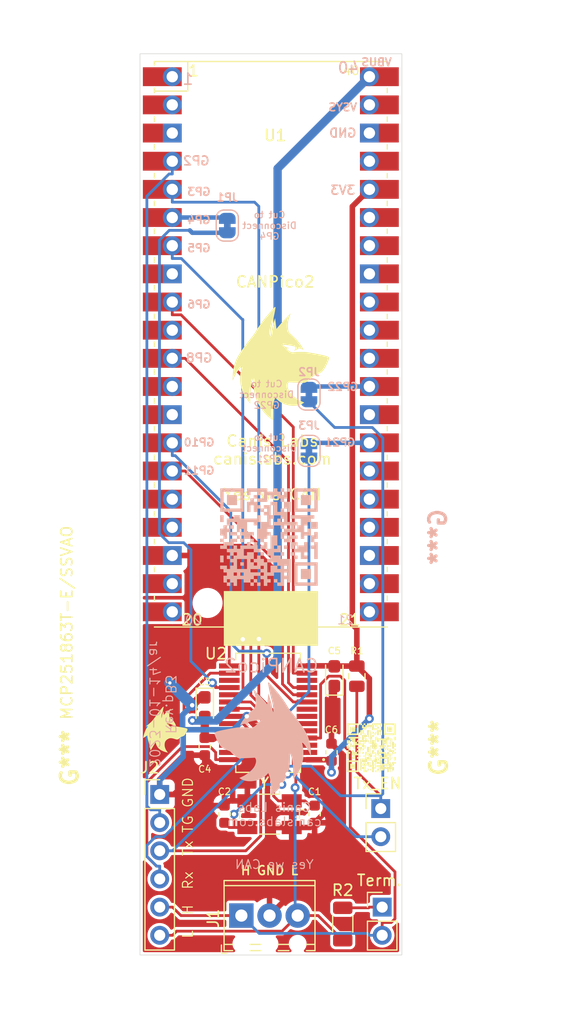
<source format=kicad_pcb>
(kicad_pcb (version 20211014) (generator pcbnew)
  (title_block (title "CANPico board with MCP251863") (date "2023-01-15") (rev "pB3") (company "Canis Automotive Labs") (comment 4 "©2023 Canis/ar"))
  (layers (0 "F.Cu" signal) (31 "B.Cu" signal) (34 "B.Paste" user) (35 "F.Paste" user) (36 "B.SilkS" user "B.Silkscreen") (37 "F.SilkS" user "F.Silkscreen") (38 "B.Mask" user) (39 "F.Mask" user) (44 "Edge.Cuts" user))
  (net 0 "")
  (net 1 "GND")
  (net 2 "+3V3")
  (net 3 "/L")
  (net 4 "/H")
  (net 5 "/Rx")
  (net 6 "/Tx")
  (net 7 "/TRIG")
  (net 8 "Net-(JP2-Pad1)")
  (net 21 "+5V")
  (net 27 "/CSn")
  (net 29 "/IRQ")
  (net 30 "/SOF")
  (net 38 "/SPI1_Tx")
  (net 39 "/SPI1_SCK")
  (net 40 "/SPI1_Rx")
  (net 41 "/STBY")
  (net 51 "Net-(C1-Pad1)")
  (net 52 "Net-(C2-Pad1)")
  (net 54 "/SOF*")
  (net 55 "Net-(JP3-Pad1)")
  (net 56 "Net-(JP4-Pad2)")
  (net 57 "Net-(JP5-Pad1)")
  (footprint "Connector_PinHeader_2.54mm:PinHeader_1x06_P2.54mm_Vertical" (layer "F.Cu") (at 130.81 116.84)
    (fp_text reference "J2" (at -0.91 -2.413) (layer "F.SilkS"))
    (fp_text value "Test Connector")
    (pad "1" thru_hole rect locked (at 0 0) (size 1.7 1.7) (drill 1) (layers *.Cu *.Mask) (net 1 "GND"))
    (pad "2" thru_hole oval locked (at 0 2.54) (size 1.7 1.7) (drill 1) (layers *.Cu *.Mask) (net 7 "/TRIG"))
    (pad "3" thru_hole oval locked (at 0 5.08) (size 1.7 1.7) (drill 1) (layers *.Cu *.Mask) (net 6 "/Tx"))
    (pad "4" thru_hole oval locked (at 0 7.62) (size 1.7 1.7) (drill 1) (layers *.Cu *.Mask) (net 5 "/Rx"))
    (pad "5" thru_hole oval locked (at 0 10.16) (size 1.7 1.7) (drill 1) (layers *.Cu *.Mask) (net 4 "/H"))
    (pad "6" thru_hole oval locked (at 0 12.7) (size 1.7 1.7) (drill 1) (layers *.Cu *.Mask) (net 3 "/L"))
  )
  (footprint "TerminalBlock_Phoenix:TerminalBlock_Phoenix_MPT-0,5-3-2.54_1x03_P2.54mm_Horizontal" (layer "F.Cu") (at 138.176 127.762)
    (fp_text reference "J1" (at -2.54 0.254 90) (layer "F.SilkS"))
    (fp_text value "CAN Screw Terminal")
    (pad "" np_thru_hole circle locked (at 0 2.54) (size 1.1 1.1) (drill 1.1) (layers *.Cu *.Mask))
    (pad "" np_thru_hole circle locked (at 5.08 2.54) (size 1.1 1.1) (drill 1.1) (layers *.Cu *.Mask))
    (pad "" np_thru_hole circle locked (at 2.54 2.54) (size 1.1 1.1) (drill 1.1) (layers *.Cu *.Mask))
    (pad "1" thru_hole rect locked (at 0 0) (size 2.2 2.2) (drill 1.1) (layers *.Cu *.Mask) (net 4 "/H"))
    (pad "2" thru_hole circle locked (at 2.54 0) (size 2.2 2.2) (drill 1.1) (layers *.Cu *.Mask) (net 1 "GND"))
    (pad "3" thru_hole circle locked (at 5.08 0) (size 2.2 2.2) (drill 1.1) (layers *.Cu *.Mask) (net 3 "/L"))
  )
  (footprint "Connector_PinHeader_2.54mm:PinHeader_1x02_P2.54mm_Vertical" (layer "F.Cu") (at 150.876 127)
    (fp_text reference "JP5")
    (fp_text value "Term." (at -0.254 -2.413 180) (layer "F.SilkS"))
    (pad "1" thru_hole rect locked (at 0 0) (size 1.7 1.7) (drill 1) (layers *.Cu *.Mask) (net 57 "Net-(JP5-Pad1)"))
    (pad "2" thru_hole oval locked (at 0 2.54) (size 1.7 1.7) (drill 1) (layers *.Cu *.Mask) (net 4 "/H"))
  )
  (footprint "RPi_Pico:RPi_Pico_SMD_TH" (layer "F.Cu") (at 140.833 76.237)
    (fp_text reference "U1" (at 0.391 -18.833) (layer "F.SilkS"))
    (fp_text value "Pico")
    (fp_text user "GP3" (at -6.487 -13.753) (layer "B.SilkS") (effects (font (size 0.7 0.7)) (justify mirror)))
    (fp_text user "VBUS" (at 9.535 -25.437) (layer "B.SilkS") (effects (font (size 0.7 0.7)) (justify mirror)))
    (fp_text user "GND" (at 6.487 -19.05) (layer "B.SilkS") (effects (font (size 0.8 0.8)) (justify mirror)))
    (fp_text user "GP22" (at 6.487 3.835) (layer "B.SilkS") (effects (font (size 0.7 0.7)) (justify mirror)))
    (fp_text user "GP6" (at -6.487 -3.593) (layer "B.SilkS") (effects (font (size 0.7 0.7)) (justify mirror)))
    (fp_text user "GP4" (at -6.487 -11.213) (layer "B.SilkS") (effects (font (size 0.7 0.7)) (justify mirror)))
    (fp_text user "3V3" (at 6.487 -13.9) (layer "B.SilkS") (effects (font (size 0.8 0.8)) (justify mirror)))
    (fp_text user "GP21" (at 6.233 8.853) (layer "B.SilkS") (effects (font (size 0.7 0.7)) (justify mirror)))
    (fp_text user "GP5" (at -6.487 -8.673) (layer "B.SilkS") (effects (font (size 0.7 0.7)) (justify mirror)))
    (fp_text user "VSYS" (at 6.487 -21.373) (layer "B.SilkS") (effects (font (size 0.7 0.7)) (justify mirror)))
    (pad "" np_thru_hole oval (at -2.425 -20.97) (size 1.5 1.5) (drill 1.5) (layers *.Cu *.Mask))
    (pad "" np_thru_hole oval (at 2.725 -24) (size 1.8 1.8) (drill 1.8) (layers *.Cu *.Mask))
    (pad "" np_thru_hole oval (at 2.425 -20.97) (size 1.5 1.5) (drill 1.5) (layers *.Cu *.Mask))
    (pad "" np_thru_hole oval (at -2.725 -24) (size 1.8 1.8) (drill 1.8) (layers *.Cu *.Mask))
    (pad "1" smd rect (at -8.89 -24.13) (size 3.5 1.7) (drill (offset -0.9 0)) (layers "F.Cu" "F.Mask"))
    (pad "1" thru_hole oval (at -8.89 -24.13) (size 1.7 1.7) (drill 1.02) (layers *.Cu *.Mask))
    (pad "2" smd rect (at -8.89 -21.59) (size 3.5 1.7) (drill (offset -0.9 0)) (layers "F.Cu" "F.Mask"))
    (pad "2" thru_hole oval (at -8.89 -21.59) (size 1.7 1.7) (drill 1.02) (layers *.Cu *.Mask))
    (pad "3" smd rect (at -8.89 -19.05) (size 3.5 1.7) (drill (offset -0.9 0)) (layers "F.Cu" "F.Mask"))
    (pad "3" thru_hole rect (at -8.89 -19.05) (size 1.7 1.7) (drill 1.02) (layers *.Cu *.Mask))
    (pad "4" smd rect (at -8.89 -16.51) (size 3.5 1.7) (drill (offset -0.9 0)) (layers "F.Cu" "F.Mask") (net 7 "/TRIG"))
    (pad "4" thru_hole oval (at -8.89 -16.51) (size 1.7 1.7) (drill 1.02) (layers *.Cu *.Mask) (net 7 "/TRIG"))
    (pad "5" smd rect (at -8.89 -13.97) (size 3.5 1.7) (drill (offset -0.9 0)) (layers "F.Cu" "F.Mask") (net 41 "/STBY"))
    (pad "5" thru_hole oval (at -8.89 -13.97) (size 1.7 1.7) (drill 1.02) (layers *.Cu *.Mask) (net 41 "/STBY"))
    (pad "6" thru_hole oval (at -8.89 -11.43) (size 1.7 1.7) (drill 1.02) (layers *.Cu *.Mask) (net 54 "/SOF*"))
    (pad "6" smd rect (at -8.89 -11.43) (size 3.5 1.7) (drill (offset -0.9 0)) (layers "F.Cu" "F.Mask") (net 54 "/SOF*"))
    (pad "7" smd rect (at -8.89 -8.89) (size 3.5 1.7) (drill (offset -0.9 0)) (layers "F.Cu" "F.Mask") (net 29 "/IRQ"))
    (pad "7" thru_hole oval (at -8.89 -8.89) (size 1.7 1.7) (drill 1.02) (layers *.Cu *.Mask) (net 29 "/IRQ"))
    (pad "8" smd rect (at -8.89 -6.35) (size 3.5 1.7) (drill (offset -0.9 0)) (layers "F.Cu" "F.Mask"))
    (pad "8" thru_hole rect (at -8.89 -6.35) (size 1.7 1.7) (drill 1.02) (layers *.Cu *.Mask))
    (pad "9" smd rect (at -8.89 -3.81) (size 3.5 1.7) (drill (offset -0.9 0)) (layers "F.Cu" "F.Mask") (net 27 "/CSn"))
    (pad "9" thru_hole oval (at -8.89 -3.81) (size 1.7 1.7) (drill 1.02) (layers *.Cu *.Mask) (net 27 "/CSn"))
    (pad "10" thru_hole oval (at -8.89 -1.27) (size 1.7 1.7) (drill 1.02) (layers *.Cu *.Mask))
    (pad "10" smd rect (at -8.89 -1.27) (size 3.5 1.7) (drill (offset -0.9 0)) (layers "F.Cu" "F.Mask"))
    (pad "11" thru_hole oval (at -8.89 1.27) (size 1.7 1.7) (drill 1.02) (layers *.Cu *.Mask) (net 40 "/SPI1_Rx"))
    (pad "11" smd rect (at -8.89 1.27) (size 3.5 1.7) (drill (offset -0.9 0)) (layers "F.Cu" "F.Mask") (net 40 "/SPI1_Rx"))
    (pad "12" thru_hole oval (at -8.89 3.81) (size 1.7 1.7) (drill 1.02) (layers *.Cu *.Mask))
    (pad "12" smd rect (at -8.89 3.81) (size 3.5 1.7) (drill (offset -0.9 0)) (layers "F.Cu" "F.Mask"))
    (pad "13" thru_hole rect (at -8.89 6.35) (size 1.7 1.7) (drill 1.02) (layers *.Cu *.Mask))
    (pad "13" smd rect (at -8.89 6.35) (size 3.5 1.7) (drill (offset -0.9 0)) (layers "F.Cu" "F.Mask"))
    (pad "14" thru_hole oval (at -8.89 8.89) (size 1.7 1.7) (drill 1.02) (layers *.Cu *.Mask) (net 39 "/SPI1_SCK"))
    (pad "14" smd rect (at -8.89 8.89) (size 3.5 1.7) (drill (offset -0.9 0)) (layers "F.Cu" "F.Mask") (net 39 "/SPI1_SCK"))
    (pad "15" thru_hole oval (at -8.89 11.43) (size 1.7 1.7) (drill 1.02) (layers *.Cu *.Mask) (net 38 "/SPI1_Tx"))
    (pad "15" smd rect (at -8.89 11.43) (size 3.5 1.7) (drill (offset -0.9 0)) (layers "F.Cu" "F.Mask") (net 38 "/SPI1_Tx"))
    (pad "16" thru_hole oval (at -8.89 13.97) (size 1.7 1.7) (drill 1.02) (layers *.Cu *.Mask))
    (pad "16" smd rect (at -8.89 13.97) (size 3.5 1.7) (drill (offset -0.9 0)) (layers "F.Cu" "F.Mask"))
    (pad "17" thru_hole oval (at -8.89 16.51) (size 1.7 1.7) (drill 1.02) (layers *.Cu *.Mask))
    (pad "17" smd rect (at -8.89 16.51) (size 3.5 1.7) (drill (offset -0.9 0)) (layers "F.Cu" "F.Mask"))
    (pad "18" smd rect (at -8.89 19.05) (size 3.5 1.7) (drill (offset -0.9 0)) (layers "F.Cu" "F.Mask") (net 1 "GND"))
    (pad "18" thru_hole rect (at -8.89 19.05) (size 1.7 1.7) (drill 1.02) (layers *.Cu *.Mask) (net 1 "GND"))
    (pad "19" smd rect (at -8.89 21.59) (size 3.5 1.7) (drill (offset -0.9 0)) (layers "F.Cu" "F.Mask"))
    (pad "19" thru_hole oval (at -8.89 21.59) (size 1.7 1.7) (drill 1.02) (layers *.Cu *.Mask))
    (pad "20" smd rect (at -8.89 24.13) (size 3.5 1.7) (drill (offset -0.9 0)) (layers "F.Cu" "F.Mask"))
    (pad "20" thru_hole oval (at -8.89 24.13) (size 1.7 1.7) (drill 1.02) (layers *.Cu *.Mask))
    (pad "21" thru_hole oval (at 8.89 24.13) (size 1.7 1.7) (drill 1.02) (layers *.Cu *.Mask))
    (pad "21" smd rect (at 8.89 24.13) (size 3.5 1.7) (drill (offset 0.9 0)) (layers "F.Cu" "F.Mask"))
    (pad "22" thru_hole oval (at 8.89 21.59) (size 1.7 1.7) (drill 1.02) (layers *.Cu *.Mask))
    (pad "22" smd rect (at 8.89 21.59) (size 3.5 1.7) (drill (offset 0.9 0)) (layers "F.Cu" "F.Mask"))
    (pad "23" thru_hole rect (at 8.89 19.05) (size 1.7 1.7) (drill 1.02) (layers *.Cu *.Mask))
    (pad "23" smd rect (at 8.89 19.05) (size 3.5 1.7) (drill (offset 0.9 0)) (layers "F.Cu" "F.Mask"))
    (pad "24" thru_hole oval (at 8.89 16.51) (size 1.7 1.7) (drill 1.02) (layers *.Cu *.Mask))
    (pad "24" smd rect (at 8.89 16.51) (size 3.5 1.7) (drill (offset 0.9 0)) (layers "F.Cu" "F.Mask"))
    (pad "25" thru_hole oval (at 8.89 13.97) (size 1.7 1.7) (drill 1.02) (layers *.Cu *.Mask))
    (pad "25" smd rect (at 8.89 13.97) (size 3.5 1.7) (drill (offset 0.9 0)) (layers "F.Cu" "F.Mask"))
    (pad "26" thru_hole oval (at 8.89 11.43) (size 1.7 1.7) (drill 1.02) (layers *.Cu *.Mask))
    (pad "26" smd rect (at 8.89 11.43) (size 3.5 1.7) (drill (offset 0.9 0)) (layers "F.Cu" "F.Mask"))
    (pad "27" smd rect (at 8.89 8.89) (size 3.5 1.7) (drill (offset 0.9 0)) (layers "F.Cu" "F.Mask") (net 55 "Net-(JP3-Pad1)"))
    (pad "27" thru_hole oval (at 8.89 8.89) (size 1.7 1.7) (drill 1.02) (layers *.Cu *.Mask) (net 55 "Net-(JP3-Pad1)"))
    (pad "28" thru_hole rect (at 8.89 6.35) (size 1.7 1.7) (drill 1.02) (layers *.Cu *.Mask))
    (pad "28" smd rect (at 8.89 6.35) (size 3.5 1.7) (drill (offset 0.9 0)) (layers "F.Cu" "F.Mask"))
    (pad "29" thru_hole oval (at 8.89 3.81) (size 1.7 1.7) (drill 1.02) (layers *.Cu *.Mask) (net 8 "Net-(JP2-Pad1)"))
    (pad "29" smd rect (at 8.89 3.81) (size 3.5 1.7) (drill (offset 0.9 0)) (layers "F.Cu" "F.Mask") (net 8 "Net-(JP2-Pad1)"))
    (pad "30" thru_hole oval (at 8.89 1.27) (size 1.7 1.7) (drill 1.02) (layers *.Cu *.Mask))
    (pad "30" smd rect (at 8.89 1.27) (size 3.5 1.7) (drill (offset 0.9 0)) (layers "F.Cu" "F.Mask"))
    (pad "31" thru_hole oval (at 8.89 -1.27) (size 1.7 1.7) (drill 1.02) (layers *.Cu *.Mask))
    (pad "31" smd rect (at 8.89 -1.27) (size 3.5 1.7) (drill (offset 0.9 0)) (layers "F.Cu" "F.Mask"))
    (pad "32" smd rect (at 8.89 -3.81) (size 3.5 1.7) (drill (offset 0.9 0)) (layers "F.Cu" "F.Mask"))
    (pad "32" thru_hole oval (at 8.89 -3.81) (size 1.7 1.7) (drill 1.02) (layers *.Cu *.Mask))
    (pad "33" smd rect (at 8.89 -6.35) (size 3.5 1.7) (drill (offset 0.9 0)) (layers "F.Cu" "F.Mask"))
    (pad "33" thru_hole rect (at 8.89 -6.35) (size 1.7 1.7) (drill 1.02) (layers *.Cu *.Mask))
    (pad "34" smd rect (at 8.89 -8.89) (size 3.5 1.7) (drill (offset 0.9 0)) (layers "F.Cu" "F.Mask"))
    (pad "34" thru_hole oval (at 8.89 -8.89) (size 1.7 1.7) (drill 1.02) (layers *.Cu *.Mask))
    (pad "35" smd rect (at 8.89 -11.43) (size 3.5 1.7) (drill (offset 0.9 0)) (layers "F.Cu" "F.Mask"))
    (pad "35" thru_hole oval (at 8.89 -11.43) (size 1.7 1.7) (drill 1.02) (layers *.Cu *.Mask))
    (pad "36" smd rect (at 8.89 -13.97) (size 3.5 1.7) (drill (offset 0.9 0)) (layers "F.Cu" "F.Mask") (net 2 "+3V3"))
    (pad "36" thru_hole oval (at 8.89 -13.97) (size 1.7 1.7) (drill 1.02) (layers *.Cu *.Mask) (net 2 "+3V3"))
    (pad "37" thru_hole oval (at 8.89 -16.51) (size 1.7 1.7) (drill 1.02) (layers *.Cu *.Mask))
    (pad "37" smd rect (at 8.89 -16.51) (size 3.5 1.7) (drill (offset 0.9 0)) (layers "F.Cu" "F.Mask"))
    (pad "38" thru_hole rect (at 8.89 -19.05) (size 1.7 1.7) (drill 1.02) (layers *.Cu *.Mask))
    (pad "38" smd rect (at 8.89 -19.05) (size 3.5 1.7) (drill (offset 0.9 0)) (layers "F.Cu" "F.Mask"))
    (pad "39" smd rect (at 8.89 -21.59) (size 3.5 1.7) (drill (offset 0.9 0)) (layers "F.Cu" "F.Mask"))
    (pad "39" thru_hole oval (at 8.89 -21.59) (size 1.7 1.7) (drill 1.02) (layers *.Cu *.Mask))
    (pad "40" thru_hole oval (at 8.89 -24.13) (size 1.7 1.7) (drill 1.02) (layers *.Cu *.Mask) (net 21 "+5V"))
    (pad "40" smd rect (at 8.89 -24.13) (size 3.5 1.7) (drill (offset 0.9 0)) (layers "F.Cu" "F.Mask") (net 21 "+5V"))
  )
  (footprint "Connector_PinHeader_2.54mm:PinHeader_1x02_P2.54mm_Vertical" (layer "F.Cu") (at 150.749 118.11)
    (fp_text reference "JP4")
    (fp_text value "Tx_EN" (at -0.3048 -2.2606) (layer "F.SilkS"))
    (pad "1" thru_hole rect locked (at 0 0) (size 1.7 1.7) (drill 1) (layers *.Cu *.Mask) (net 6 "/Tx"))
    (pad "2" thru_hole oval locked (at 0 2.54) (size 1.7 1.7) (drill 1) (layers *.Cu *.Mask) (net 56 "Net-(JP4-Pad2)"))
  )
  (footprint "Capacitor_SMD:C_0603_1608Metric" (layer "F.Cu") (at 134.874 112.522 -90)
    (fp_text reference "C4" (at 2.032 0 180) (layer "F.SilkS") (effects (font (size 0.6 0.6) (thickness 0.1))))
    (fp_text value "100nf")
    (pad "1" smd roundrect locked (at -0.775 0 270) (size 0.9 0.95) (layers "F.Cu" "F.Paste" "F.Mask") (net 21 "+5V"))
    (pad "2" smd roundrect locked (at 0.775 0 270) (size 0.9 0.95) (layers "F.Cu" "F.Paste" "F.Mask") (net 1 "GND"))
  )
  (footprint "Capacitor_SMD:C_0603_1608Metric" (layer "F.Cu") (at 144.78 118.618 -90)
    (fp_text reference "C1" (at -2.032 0) (layer "F.SilkS") (effects (font (size 0.6 0.6) (thickness 0.1))))
    (fp_text value "22pF")
    (pad "1" smd roundrect locked (at -0.775 0 270) (size 0.9 0.95) (layers "F.Cu" "F.Paste" "F.Mask") (net 51 "Net-(C1-Pad1)"))
    (pad "2" smd roundrect locked (at 0.775 0 270) (size 0.9 0.95) (layers "F.Cu" "F.Paste" "F.Mask") (net 1 "GND"))
  )
  (footprint "Capacitor_Tantalum_SMD:CP_EIA-2012-15_AVX-P" (layer "F.Cu") (at 146.558 106.172 90)
    (fp_text reference "C5" (at 2.286 0) (layer "F.SilkS") (effects (font (size 0.6 0.6) (thickness 0.1))))
    (fp_text value "4.7uF")
    (pad "1" smd roundrect (at -0.8875 0 90) (size 1.125 1.05) (layers "F.Cu" "F.Paste" "F.Mask") (roundrect_rratio 0.238095) (net 1 "GND"))
    (pad "2" smd roundrect (at 0.8875 0 90) (size 1.125 1.05) (layers "F.Cu" "F.Paste" "F.Mask") (roundrect_rratio 0.238095) (net 2 "+3V3"))
  )
  (footprint "Capacitor_SMD:C_0603_1608Metric" (layer "F.Cu") (at 136.652 118.618 90)
    (fp_text reference "C2" (at 2.032 0 180) (layer "F.SilkS") (effects (font (size 0.6 0.6) (thickness 0.1))))
    (fp_text value "22pF")
    (pad "1" smd roundrect (at -0.775 0 90) (size 0.9 0.95) (layers "F.Cu" "F.Paste" "F.Mask") (net 52 "Net-(C2-Pad1)"))
    (pad "2" smd roundrect (at 0.775 0 90) (size 0.9 0.95) (layers "F.Cu" "F.Paste" "F.Mask") (net 1 "GND"))
  )
  (footprint "Capacitor_Tantalum_SMD:CP_EIA-2012-15_AVX-P" (layer "F.Cu") (at 134.874 108.966 -90)
    (fp_text reference "C3" (at -2.286 0) (layer "F.SilkS") (effects (font (size 0.6 0.6) (thickness 0.1))))
    (fp_text value "4.7uF")
    (pad "1" smd roundrect (at -0.8875 0 270) (size 1.125 1.05) (layers "F.Cu" "F.Paste" "F.Mask") (roundrect_rratio 0.238095) (net 1 "GND"))
    (pad "2" smd roundrect (at 0.8875 0 270) (size 1.125 1.05) (layers "F.Cu" "F.Paste" "F.Mask") (roundrect_rratio 0.238095) (net 21 "+5V"))
  )
  (footprint "Crystal:Crystal_SMD_Abracon_ABM3B-4Pin_5.0x3.2mm" (layer "F.Cu") (at 140.716 118.618 180)
    (fp_text reference "Y1" (at 0 2.794) (layer "F.SilkS"))
    (fp_text value "40MHz Crystal")
    (pad "1" smd rect locked (at -2 1.2 180) (size 1.8 1.2) (layers "F.Cu" "F.Paste" "F.Mask") (net 51 "Net-(C1-Pad1)"))
    (pad "2" smd rect locked (at 2 1.2 180) (size 1.8 1.2) (layers "F.Cu" "F.Paste" "F.Mask") (net 1 "GND"))
    (pad "3" smd rect locked (at 2 -1.2 180) (size 1.8 1.2) (layers "F.Cu" "F.Paste" "F.Mask") (net 52 "Net-(C2-Pad1)"))
    (pad "4" smd rect locked (at -2 -1.2 180) (size 1.8 1.2) (layers "F.Cu" "F.Paste" "F.Mask") (net 1 "GND"))
  )
  (footprint "MountingHole:MountingHole_2.2mm_M2_ISO14580" (layer "F.Cu") (at 146.558 99.568)
    (fp_text reference "H4")
    (fp_text value "MountingHole")
    (pad "" np_thru_hole circle (at 0 0) (size 2.2 2.2) (drill 2.2) (layers *.Cu *.Mask))
  )
  (footprint "Resistor_SMD:R_0805_2012Metric" (layer "F.Cu") (at 148.59 106.172 -90)
    (fp_text reference "R1" (at -2.286 0 180) (layer "F.SilkS") (effects (font (size 0.6 0.6) (thickness 0.1))))
    (fp_text value "6k8")
    (pad "1" smd roundrect (at -0.9125 0 270) (size 1.025 1.4) (layers "F.Cu" "F.Paste" "F.Mask") (roundrect_rratio 0.243902) (net 2 "+3V3"))
    (pad "2" smd roundrect (at 0.9125 0 270) (size 1.025 1.4) (layers "F.Cu" "F.Paste" "F.Mask") (roundrect_rratio 0.243902) (net 6 "/Tx"))
  )
  (footprint "MountingHole:MountingHole_2.2mm_M2_ISO14580" (layer "F.Cu") (at 146.558 52.832)
    (fp_text reference "H2")
    (fp_text value "MountingHole")
    (pad "" np_thru_hole circle (at 0 0) (size 2.2 2.2) (drill 2.2) (layers *.Cu *.Mask))
  )
  (footprint "Capacitor_SMD:C_0603_1608Metric" (layer "F.Cu") (at 146.304 113.03 90)
    (fp_text reference "C6" (at 2.032 0) (layer "F.SilkS") (effects (font (size 0.6 0.6) (thickness 0.1))))
    (fp_text value "100nf")
    (pad "1" smd roundrect (at -0.775 0 90) (size 0.9 0.95) (layers "F.Cu" "F.Paste" "F.Mask") (net 2 "+3V3"))
    (pad "2" smd roundrect (at 0.775 0 90) (size 0.9 0.95) (layers "F.Cu" "F.Paste" "F.Mask") (net 1 "GND"))
  )
  (footprint "MountingHole:MountingHole_2.2mm_M2_ISO14580" (layer "F.Cu") (at 135.128 99.568)
    (fp_text reference "H3")
    (fp_text value "MountingHole")
    (pad "" np_thru_hole circle (at 0 0) (size 2.2 2.2) (drill 2.2) (layers *.Cu *.Mask))
  )
  (footprint "Resistor_SMD:R_1206_3216Metric" (layer "F.Cu") (at 147.32 128.524 -90)
    (fp_text reference "R2" (at -3.048 0 180) (layer "F.SilkS"))
    (fp_text value "120R")
    (pad "1" smd roundrect (at -1.4625 0 270) (size 1.125 1.75) (layers "F.Cu" "F.Paste" "F.Mask") (roundrect_rratio 0.222222) (net 57 "Net-(JP5-Pad1)"))
    (pad "2" smd roundrect (at 1.4625 0 270) (size 1.125 1.75) (layers "F.Cu" "F.Paste" "F.Mask") (roundrect_rratio 0.222222) (net 3 "/L"))
  )
  (footprint "KiCAD_Footprints:Canis_QR_5" (layer "F.Cu") (at 149.8854 112.6236)
    (fp_text reference "G***" (at 6.096 0 90) (layer "F.SilkS") (effects (font (size 1.524 1.524) (thickness 0.3))))
    (fp_text value "LOGO" hide)
  )
  (footprint "MountingHole:MountingHole_2.2mm_M2_ISO14580" (layer "F.Cu") (at 135.128 52.832)
    (fp_text reference "H1")
    (fp_text value "MountingHole")
    (pad "" np_thru_hole circle (at 0 0) (size 2.2 2.2) (drill 2.2) (layers *.Cu *.Mask))
  )
  (footprint "KiCAD_Footprints:Canis_logo_4" (layer "F.Cu") (at 131.318 110.998)
    (fp_text reference "G***" (at -8.636 2.54 90) (layer "F.SilkS") (effects (font (size 1.524 1.524) (thickness 0.3))))
    (fp_text value "LOGO" hide)
  )
  (footprint "MCP251863:MCP251863T-E&slash_SSVAO" (layer "F.Cu") (at 140.589 109.474 180)
    (fp_text reference "U2" (at 4.699 5.334) (layer "F.SilkS"))
    (fp_text value "MCP251863T-E/SSVAO" (at 18.161 8.128 90) (layer "F.SilkS"))
    (fp_text user "*" (at 0 0) (layer "F.SilkS"))
    (pad "1" smd rect locked (at -3.500001 -4.225 180) (size 1.8542 0.4572) (layers "F.Cu" "F.Paste" "F.Mask") (net 2 "+3V3"))
    (pad "2" smd rect locked (at -3.500001 -3.574999 180) (size 1.8542 0.4572) (layers "F.Cu" "F.Paste" "F.Mask"))
    (pad "3" smd rect locked (at -3.500001 -2.925 180) (size 1.8542 0.4572) (layers "F.Cu" "F.Paste" "F.Mask") (net 3 "/L"))
    (pad "4" smd rect locked (at -3.500001 -2.274999 180) (size 1.8542 0.4572) (layers "F.Cu" "F.Paste" "F.Mask") (net 4 "/H"))
    (pad "5" smd rect locked (at -3.500001 -1.625001 180) (size 1.8542 0.4572) (layers "F.Cu" "F.Paste" "F.Mask") (net 41 "/STBY"))
    (pad "6" smd rect locked (at -3.500001 -0.974999 180) (size 1.8542 0.4572) (layers "F.Cu" "F.Paste" "F.Mask"))
    (pad "7" smd rect locked (at -3.500001 -0.325001 180) (size 1.8542 0.4572) (layers "F.Cu" "F.Paste" "F.Mask"))
    (pad "8" smd rect locked (at -3.500001 0.324998 180) (size 1.8542 0.4572) (layers "F.Cu" "F.Paste" "F.Mask"))
    (pad "9" smd rect locked (at -3.500001 0.974999 180) (size 1.8542 0.4572) (layers "F.Cu" "F.Paste" "F.Mask") (net 39 "/SPI1_SCK"))
    (pad "10" smd rect locked (at -3.500001 1.624998 180) (size 1.8542 0.4572) (layers "F.Cu" "F.Paste" "F.Mask") (net 38 "/SPI1_Tx"))
    (pad "11" smd rect locked (at -3.500001 2.274999 180) (size 1.8542 0.4572) (layers "F.Cu" "F.Paste" "F.Mask") (net 40 "/SPI1_Rx"))
    (pad "12" smd rect locked (at -3.500001 2.924998 180) (size 1.8542 0.4572) (layers "F.Cu" "F.Paste" "F.Mask"))
    (pad "13" smd rect locked (at -3.500001 3.574999 180) (size 1.8542 0.4572) (layers "F.Cu" "F.Paste" "F.Mask") (net 27 "/CSn"))
    (pad "14" smd rect locked (at -3.500001 4.224998 180) (size 1.8542 0.4572) (layers "F.Cu" "F.Paste" "F.Mask") (net 2 "+3V3"))
    (pad "15" smd rect locked (at 3.500001 4.225 180) (size 1.8542 0.4572) (layers "F.Cu" "F.Paste" "F.Mask") (net 56 "Net-(JP4-Pad2)"))
    (pad "16" smd rect locked (at 3.500001 3.574999 180) (size 1.8542 0.4572) (layers "F.Cu" "F.Paste" "F.Mask") (net 5 "/Rx"))
    (pad "17" smd rect locked (at 3.500001 2.925 180) (size 1.8542 0.4572) (layers "F.Cu" "F.Paste" "F.Mask"))
    (pad "18" smd rect locked (at 3.500001 2.274999 180) (size 1.8542 0.4572) (layers "F.Cu" "F.Paste" "F.Mask") (net 30 "/SOF"))
    (pad "19" smd rect locked (at 3.500001 1.625001 180) (size 1.8542 0.4572) (layers "F.Cu" "F.Paste" "F.Mask") (net 29 "/IRQ"))
    (pad "20" smd rect locked (at 3.500001 0.974999 180) (size 1.8542 0.4572) (layers "F.Cu" "F.Paste" "F.Mask") (net 52 "Net-(C2-Pad1)"))
    (pad "21" smd rect locked (at 3.500001 0.325001 180) (size 1.8542 0.4572) (layers "F.Cu" "F.Paste" "F.Mask") (net 51 "Net-(C1-Pad1)"))
    (pad "22" smd rect locked (at 3.500001 -0.325001 180) (size 1.8542 0.4572) (layers "F.Cu" "F.Paste" "F.Mask") (net 1 "GND"))
    (pad "23" smd rect locked (at 3.500001 -0.974999 180) (size 1.8542 0.4572) (layers "F.Cu" "F.Paste" "F.Mask") (net 6 "/Tx"))
    (pad "24" smd rect locked (at 3.500001 -1.625001 180) (size 1.8542 0.4572) (layers "F.Cu" "F.Paste" "F.Mask") (net 1 "GND"))
    (pad "25" smd rect locked (at 3.500001 -2.274999 180) (size 1.8542 0.4572) (layers "F.Cu" "F.Paste" "F.Mask") (net 21 "+5V"))
    (pad "26" smd rect locked (at 3.500001 -2.925 180) (size 1.8542 0.4572) (layers "F.Cu" "F.Paste" "F.Mask"))
    (pad "27" smd rect locked (at 3.500001 -3.574999 180) (size 1.8542 0.4572) (layers "F.Cu" "F.Paste" "F.Mask"))
    (pad "28" smd rect locked (at 3.500001 -4.225 180) (size 1.8542 0.4572) (layers "F.Cu" "F.Paste" "F.Mask") (net 5 "/Rx"))
  )
  (footprint "KiCAD_Footprints:Canis_logo_1" (layer "F.Cu") (at 141.732 77.978)
    (fp_text reference "G***")
    (fp_text value "LOGO" hide)
  )
  (footprint "KiCAD_Footprints:Canis_logo_1" (layer "B.Cu") (at 140.1064 111.8362 180)
    (fp_text reference "G***")
    (fp_text value "LOGO" hide)
  )
  (footprint "Jumper:SolderJumper-2_P1.3mm_Bridged_RoundedPad1.0x1.5mm" (layer "B.Cu") (at 136.906 65.532 -90)
    (fp_text reference "JP1" (at -2.54 0 180) (layer "B.SilkS") (effects (font (size 0.7 0.7)) (justify mirror)))
    (fp_text value "SolderJumper_2_Bridged")
    (fp_poly (pts (xy 0.25 0.3) (xy -0.25 0.3) (xy -0.25 -0.3) (xy 0.25 -0.3)) (layer "B.Cu") (width 0) (fill solid))
    (pad "1" smd custom (at -0.65 0 270) (size 1 0.5) (layers "B.Cu" "B.Mask") (net 54 "/SOF*") (options (clearance outline) (anchor rect)) (primitives (gr_circle (center 0 -0.25) (end 0.5 -0.25) (width 0) (fill yes)) (gr_circle (center 0 0.25) (end 0.5 0.25) (width 0) (fill yes)) (gr_poly (pts (xy 0.5 -0.75) (xy 0 -0.75) (xy 0 0.75) (xy 0.5 0.75)) (width 0) (fill yes))))
    (pad "2" smd custom (at 0.65 0 270) (size 1 0.5) (layers "B.Cu" "B.Mask") (net 30 "/SOF") (options (clearance outline) (anchor rect)) (primitives (gr_circle (center 0 -0.25) (end 0.5 -0.25) (width 0) (fill yes)) (gr_circle (center 0 0.25) (end 0.5 0.25) (width 0) (fill yes)) (gr_poly (pts (xy 0 -0.75) (xy -0.5 -0.75) (xy -0.5 0.75) (xy 0 0.75)) (width 0) (fill yes))))
  )
  (footprint "Jumper:SolderJumper-2_P1.3mm_Bridged_RoundedPad1.0x1.5mm" (layer "B.Cu") (at 144.272 85.852 -90)
    (fp_text reference "JP3" (at -2.286 0 180) (layer "B.SilkS") (effects (font (size 0.7 0.7)) (justify mirror)))
    (fp_text value "SolderJumper_2_Bridged")
    (fp_poly (pts (xy 0.25 0.3) (xy -0.25 0.3) (xy -0.25 -0.3) (xy 0.25 -0.3)) (layer "B.Cu") (width 0) (fill solid))
    (pad "1" smd custom (at -0.65 0 270) (size 1 0.5) (layers "B.Cu" "B.Mask") (net 55 "Net-(JP3-Pad1)") (options (clearance outline) (anchor rect)) (primitives (gr_circle (center 0 -0.25) (end 0.5 -0.25) (width 0) (fill yes)) (gr_circle (center 0 0.25) (end 0.5 0.25) (width 0) (fill yes)) (gr_poly (pts (xy 0.5 -0.75) (xy 0 -0.75) (xy 0 0.75) (xy 0.5 0.75)) (width 0) (fill yes))))
    (pad "2" smd custom (at 0.65 0 270) (size 1 0.5) (layers "B.Cu" "B.Mask") (net 5 "/Rx") (options (clearance outline) (anchor rect)) (primitives (gr_circle (center 0 -0.25) (end 0.5 -0.25) (width 0) (fill yes)) (gr_circle (center 0 0.25) (end 0.5 0.25) (width 0) (fill yes)) (gr_poly (pts (xy 0 -0.75) (xy -0.5 -0.75) (xy -0.5 0.75) (xy 0 0.75)) (width 0) (fill yes))))
  )
  (footprint "KiCAD_Footprints:Canis_QR_10" (layer "B.Cu") (at 140.6652 93.6244 180)
    (fp_text reference "G***" (at -15.24 0 90) (layer "B.SilkS") (effects (font (size 1.524 1.524) (thickness 0.3)) (justify mirror)))
    (fp_text value "LOGO" hide)
  )
  (footprint "Jumper:SolderJumper-2_P1.3mm_Bridged_RoundedPad1.0x1.5mm" (layer "B.Cu") (at 144.272 80.772 -90)
    (fp_text reference "JP2" (at -2.032 0 180) (layer "B.SilkS") (effects (font (size 0.7 0.7)) (justify mirror)))
    (fp_text value "SolderJumper_2_Bridged")
    (fp_poly (pts (xy 0.25 0.3) (xy -0.25 0.3) (xy -0.25 -0.3) (xy 0.25 -0.3)) (layer "B.Cu") (width 0) (fill solid))
    (pad "1" smd custom (at -0.65 0 270) (size 1 0.5) (layers "B.Cu" "B.Mask") (net 8 "Net-(JP2-Pad1)") (options (clearance outline) (anchor rect)) (primitives (gr_circle (center 0 -0.25) (end 0.5 -0.25) (width 0) (fill yes)) (gr_circle (center 0 0.25) (end 0.5 0.25) (width 0) (fill yes)) (gr_poly (pts (xy 0.5 -0.75) (xy 0 -0.75) (xy 0 0.75) (xy 0.5 0.75)) (width 0) (fill yes))))
    (pad "2" smd custom (at 0.65 0 270) (size 1 0.5) (layers "B.Cu" "B.Mask") (net 6 "/Tx") (options (clearance outline) (anchor rect)) (primitives (gr_circle (center 0 -0.25) (end 0.5 -0.25) (width 0) (fill yes)) (gr_circle (center 0 0.25) (end 0.5 0.25) (width 0) (fill yes)) (gr_poly (pts (xy 0 -0.75) (xy -0.5 -0.75) (xy -0.5 0.75) (xy 0 0.75)) (width 0) (fill yes))))
  )
  (gr_rect (start 136.652 98.552) (end 145.034 103.378) (layer "F.SilkS") (width 0.12) (fill solid))
  (gr_line (start 129.032 131.318) (end 129.032 50.038) (layer "Edge.Cuts") (width 0.05))
  (gr_line (start 152.654 131.318) (end 129.032 131.318) (layer "Edge.Cuts") (width 0.05))
  (gr_line (start 129.032 50.038) (end 152.654 50.038) (layer "Edge.Cuts") (width 0.05))
  (gr_line (start 152.654 50.038) (end 152.654 131.318) (layer "Edge.Cuts") (width 0.05))
  (gr_text "Canis Labs\ncanislabs.com\n\n\nYes we CAN" (at 141.1478 120.5738) (layer "B.SilkS") (effects (font (size 0.8 0.8) (thickness 0.1)) (justify mirror)))
  (gr_text "Cut to\nDisconnect\nGP22" (at 140.462 80.772) (layer "B.SilkS") (effects (font (size 0.6 0.6) (thickness 0.1)) (justify mirror)))
  (gr_text "CANPico2" (at 140.8684 105.2322) (layer "B.SilkS") (effects (font (size 1.2 1.2)) (justify mirror)))
  (gr_text "20" (at 133.858 101.092) (layer "B.SilkS") (effects (font (size 0.8 0.8) (thickness 0.1)) (justify mirror)))
  (gr_text "Cut to\nDisconnect\nGP4" (at 140.716 65.532) (layer "B.SilkS") (effects (font (size 0.6 0.6) (thickness 0.1)) (justify mirror)))
  (gr_text "Rev.pB3\n2023-01-14/ar\n" (at 131.064 108.712 -90) (layer "B.SilkS") (effects (font (size 0.9 0.9) (thickness 0.1)) (justify mirror)))
  (gr_text "1" (at 133.35 52.324) (layer "B.SilkS") (effects (font (size 1 1)) (justify mirror)))
  (gr_text "21" (at 147.574 101.092) (layer "B.SilkS") (effects (font (size 0.8 0.8) (thickness 0.1)) (justify mirror)))
  (gr_text "40" (at 147.828 51.308) (layer "B.SilkS") (effects (font (size 1 1)) (justify mirror)))
  (gr_text "GP8\n" (at 134.366 77.47) (layer "B.SilkS") (effects (font (size 0.8 0.8)) (justify mirror)))
  (gr_text "GP10" (at 134.366 85.09) (layer "B.SilkS") (effects (font (size 0.7 0.7)) (justify mirror)))
  (gr_text "GP11" (at 134.366 87.63) (layer "B.SilkS") (effects (font (size 0.7 0.7)) (justify mirror)))
  (gr_text "GP2" (at 134.112 59.69) (layer "B.SilkS") (effects (font (size 0.8 0.8)) (justify mirror)))
  (gr_text "Cut to\nDisconnect\nGP21" (at 140.716 85.598) (layer "B.SilkS") (effects (font (size 0.6 0.6) (thickness 0.1)) (justify mirror)))
  (gr_text "20" (at 133.733 101.092) (layer "F.SilkS") (effects (font (size 1 1))))
  (gr_text "21" (at 147.933 101.092) (layer "F.SilkS") (effects (font (size 1 1))))
  (gr_text "H GND L\n" (at 140.716 123.698) (layer "F.SilkS") (effects (font (size 0.8 0.8))))
  (gr_text "CANPico2\n" (at 141.224 70.612) (layer "F.SilkS") (effects (font (size 1 1))))
  (gr_text "40" (at 148.082 51.562) (layer "F.SilkS") (effects (font (size 0.8 0.8) (thickness 0.1))))
  (gr_text "L  H  Rx  Tx TG GND" (at 133.35 122.555 90) (layer "F.SilkS") (effects (font (size 0.9 0.9) (thickness 0.1))))
  (gr_text "1" (at 133.858 51.562) (layer "F.SilkS") (effects (font (size 1 1))))
  (gr_text "Canis Labs\ncanislabs.com\n\nYes we CAN" (at 140.97 87.376) (layer "F.SilkS") (effects (font (size 1 1))))
  (segment (start 134.4563 108.0785) (end 133.7406 108.7942) (width 0.75) (layer "F.Cu") (net 1))
  (segment (start 138.4348 109.7889) (end 138.4247 109.799) (width 0.457) (layer "F.Cu") (net 1))
  (segment (start 138.4464 109.7889) (end 138.6651 109.7889) (width 0.5) (layer "F.Cu") (net 1))
  (segment (start 144.355 119.818) (end 144.78 119.393) (width 0.5) (layer "F.Cu") (net 1))
  (segment (start 137.3859 116.0133) (end 136.9706 115.598) (width 0.5) (layer "F.Cu") (net 1))
  (segment (start 136.9706 115.598) (end 138.4463 114.1223) (width 0.5) (layer "F.Cu") (net 1))
  (segment (start 138.6651 109.7889) (end 140.5298 111.6536) (width 0.5) (layer "F.Cu") (net 1))
  (segment (start 138.4463 111.3593) (end 138.186 111.099) (width 0.457) (layer "F.Cu") (net 1))
  (segment (start 137.3859 117.418) (end 137.3859 116.0133) (width 0.5) (layer "F.Cu") (net 1))
  (segment (start 136.9706 115.598) (end 135.1514 113.7787) (width 0.5) (layer "F.Cu") (net 1))
  (segment (start 137.077 117.418) (end 137.3859 117.418) (width 0.5) (layer "F.Cu") (net 1))
  (segment (start 130.81 116.84) (end 132.0901 116.84) (width 0.5) (layer "F.Cu") (net 1))
  (segment (start 138.4463 114.1223) (end 138.4463 111.3593) (width 0.5) (layer "F.Cu") (net 1))
  (segment (start 142.716 119.818) (end 144.355 119.818) (width 0.5) (layer "F.Cu") (net 1))
  (segment (start 147.2215 116.9515) (end 147.2215 113.1725) (width 0.5) (layer "F.Cu") (net 1))
  (segment (start 138.716 117.418) (end 137.3859 117.418) (width 0.5) (layer "F.Cu") (net 1))
  (segment (start 137.089 109.799) (end 138.4247 109.799) (width 0.457) (layer "F.Cu") (net 1))
  (segment (start 147.2215 113.1725) (end 146.304 112.255) (width 0.5) (layer "F.Cu") (net 1))
  (segment (start 132.0901 116.84) (end 135.1514 113.7787) (width 0.5) (layer "F.Cu") (net 1))
  (segment (start 136.652 117.843) (end 137.077 117.418) (width 0.5) (layer "F.Cu") (net 1))
  (segment (start 144.78 119.393) (end 147.2215 116.9515) (width 0.5) (layer "F.Cu") (net 1))
  (segment (start 146.304 107.3135) (end 146.304 112.255) (width 0.5) (layer "F.Cu") (net 1))
  (segment (start 138.186 111.099) (end 137.089 111.099) (width 0.457) (layer "F.Cu") (net 1))
  (segment (start 140.5298 111.6536) (end 140.5298 119.6318) (width 0.5) (layer "F.Cu") (net 1))
  (segment (start 140.716 119.818) (end 141.3859 119.818) (width 0.5) (layer "F.Cu") (net 1))
  (segment (start 146.558 107.0595) (end 146.304 107.3135) (width 0.5) (layer "F.Cu") (net 1))
  (segment (start 138.4464 109.7889) (end 138.4348 109.7889) (width 0.457) (layer "F.Cu") (net 1))
  (segment (start 134.874 113.5014) (end 134.874 113.297) (width 0.5) (layer "F.Cu") (net 1))
  (segment (start 140.716 119.818) (end 140.716 127.762) (width 0.5) (layer "F.Cu") (net 1))
  (segment (start 140.5298 119.6318) (end 140.716 119.818) (width 0.5) (layer "F.Cu") (net 1))
  (segment (start 135.1514 113.7787) (end 134.874 113.5014) (width 0.5) (layer "F.Cu") (net 1))
  (segment (start 142.716 119.818) (end 141.3859 119.818) (width 0.5) (layer "F.Cu") (net 1))
  (segment (start 134.874 108.0785) (end 134.4563 108.0785) (width 0.75) (layer "F.Cu") (net 1))
  (via (at 138.6651 109.7889) (size 0.8) (drill 0.4) (layers "F.Cu" "B.Cu") (net 1))
  (via (at 131.7262 106.7798) (size 0.75) (drill 0.3) (layers "F.Cu" "B.Cu") (net 1))
  (via (at 133.7406 108.7942) (size 0.8) (drill 0.4) (layers "F.Cu" "B.Cu") (net 1))
  (segment (start 130.81 116.84) (end 130.81 115.5599) (width 0.5) (layer "B.Cu") (net 1))
  (segment (start 132.8653 110.9341) (end 132.93 110.9988) (width 0.5) (layer "B.Cu") (net 1))
  (segment (start 132.93 110.9988) (end 132.93 113.4399) (width 0.5) (layer "B.Cu") (net 1))
  (segment (start 133.7406 108.7942) (end 132.8653 109.6695) (width 0.5) (layer "B.Cu") (net 1))
  (segment (start 138.6651 109.7889) (end 137.4552 110.9988) (width 0.5) (layer "B.Cu") (net 1))
  (segment (start 133.7406 108.7942) (end 131.7262 106.7798) (width 1) (layer "B.Cu") (net 1))
  (segment (start 137.4552 110.9988) (end 132.93 110.9988) (width 0.5) (layer "B.Cu") (net 1))
  (segment (start 132.8653 109.6695) (end 132.8653 110.9341) (width 0.5) (layer "B.Cu") (net 1))
  (segment (start 132.93 113.4399) (end 130.81 115.5599) (width 0.5) (layer "B.Cu") (net 1))
  (segment (start 148.4321 105.2595) (end 146.583 105.2595) (width 0.5) (layer "F.Cu") (net 2))
  (segment (start 144.089 105.2402) (end 144.089 105.249) (width 0.457) (layer "F.Cu") (net 2))
  (segment (start 144.089 113.7078) (end 146.2068 113.7078) (width 0.5) (layer "F.Cu") (net 2))
  (segment (start 146.583 105.2595) (end 146.558 105.2845) (width 0.5) (layer "F.Cu") (net 2))
  (segment (start 146.2068 113.7078) (end 146.304 113.805) (width 0.5) (layer "F.Cu") (net 2))
  (segment (start 148.1836 101.4984) (end 148.1836 63.8064) (width 0.5) (layer "F.Cu") (net 2))
  (segment (start 148.4321 105.2595) (end 148.59 105.2595) (width 0.5) (layer "F.Cu") (net 2))
  (segment (start 148.59 105.2595) (end 149.7212 106.3907) (width 0.5) (layer "F.Cu") (net 2))
  (segment (start 146.5137 105.2402) (end 146.558 105.2845) (width 0.5) (layer "F.Cu") (net 2))
  (segment (start 146.304 113.805) (end 146.304 114.8387) (width 0.5) (layer "F.Cu") (net 2))
  (segment (start 149.7212 106.3907) (end 149.7212 110.0114) (width 0.5) (layer "F.Cu") (net 2))
  (segment (start 148.1836 63.8064) (end 149.723 62.267) (width 0.5) (layer "F.Cu") (net 2))
  (segment (start 144.089 105.2402) (end 146.5137 105.2402) (width 0.5) (layer "F.Cu") (net 2))
  (segment (start 148.59 105.2595) (end 148.59 101.9048) (width 0.5) (layer "F.Cu") (net 2))
  (segment (start 148.59 101.9048) (end 148.1836 101.4984) (width 0.5) (layer "F.Cu") (net 2))
  (segment (start 144.089 113.7078) (end 144.089 113.699) (width 0.457) (layer "F.Cu") (net 2))
  (via (at 146.304 114.8387) (size 0.8) (drill 0.4) (layers "F.Cu" "B.Cu") (net 2))
  (via (at 149.7212 110.0114) (size 0.8) (drill 0.4) (layers "F.Cu" "B.Cu") (net 2))
  (segment (start 146.304 114.8387) (end 146.304 113.4286) (width 0.5) (layer "B.Cu") (net 2))
  (segment (start 146.304 113.4286) (end 149.7212 110.0114) (width 0.5) (layer "B.Cu") (net 2))
  (segment (start 145.0955 127.762) (end 147.32 129.9865) (width 0.25) (layer "F.Cu") (net 3))
  (segment (start 142.8568 114.271) (end 143.0897 114.5039) (width 0.25) (layer "F.Cu") (net 3))
  (segment (start 141.8508 129.1672) (end 132.3379 129.1672) (width 0.25) (layer "F.Cu") (net 3))
  (segment (start 143.0897 114.5039) (end 143.0897 116.1605) (width 0.25) (layer "F.Cu") (net 3))
  (segment (start 143.256 127.762) (end 145.0955 127.762) (width 0.25) (layer "F.Cu") (net 3))
  (segment (start 132.3379 129.1672) (end 131.9651 129.54) (width 0.25) (layer "F.Cu") (net 3))
  (segment (start 130.81 129.54) (end 131.9651 129.54) (width 0.25) (layer "F.Cu") (net 3))
  (segment (start 143.256 127.762) (end 141.8508 129.1672) (width 0.25) (layer "F.Cu") (net 3))
  (segment (start 143.0897 116.1605) (end 143.0236 116.2266) (width 0.25) (layer "F.Cu") (net 3))
  (segment (start 144.089 112.399) (end 142.8568 112.399) (width 0.25) (layer "F.Cu") (net 3))
  (segment (start 142.8568 112.399) (end 142.8568 114.271) (width 0.25) (layer "F.Cu") (net 3))
  (via (at 143.0236 116.2266) (size 0.8) (drill 0.4) (layers "F.Cu" "B.Cu") (net 3))
  (segment (start 143.0236 116.2266) (end 143.0236 127.5296) (width 0.25) (layer "B.Cu") (net 3))
  (segment (start 143.0236 127.5296) (end 143.256 127.762) (width 0.25) (layer "B.Cu") (net 3))
  (segment (start 145.3212 106.9086) (end 146.0578 106.172) (width 0.25) (layer "F.Cu") (net 4))
  (segment (start 138.176 127.762) (end 136.7709 127.762) (width 0.25) (layer "F.Cu") (net 4))
  (segment (start 144.089 111.749) (end 145.3212 111.749) (width 0.25) (layer "F.Cu") (net 4))
  (segment (start 131.9651 127) (end 132.7271 127.762) (width 0.25) (layer "F.Cu") (net 4))
  (segment (start 152.0312 128.0466) (end 151.6929 128.3849) (width 0.25) (layer "F.Cu") (net 4))
  (segment (start 152.0312 123.8179) (end 152.0312 128.0466) (width 0.25) (layer "F.Cu") (net 4))
  (segment (start 147.1001 106.172) (end 147.499 106.5709) (width 0.25) (layer "F.Cu") (net 4))
  (segment (start 130.81 127) (end 131.9651 127) (width 0.25) (layer "F.Cu") (net 4))
  (segment (start 132.7271 127.762) (end 136.7709 127.762) (width 0.25) (layer "F.Cu") (net 4))
  (segment (start 147.9954 113.0137) (end 147.9954 119.7821) (width 0.25) (layer "F.Cu") (net 4))
  (segment (start 151.6929 128.3849) (end 150.876 128.3849) (width 0.25) (layer "F.Cu") (net 4))
  (segment (start 146.0578 106.172) (end 147.1001 106.172) (width 0.25) (layer "F.Cu") (net 4))
  (segment (start 150.876 129.54) (end 150.876 128.3849) (width 0.25) (layer "F.Cu") (net 4))
  (segment (start 147.9954 119.7821) (end 152.0312 123.8179) (width 0.25) (layer "F.Cu") (net 4))
  (segment (start 147.499 112.5173) (end 147.9954 113.0137) (width 0.25) (layer "F.Cu") (net 4))
  (segment (start 147.499 106.5709) (end 147.499 112.5173) (width 0.25) (layer "F.Cu") (net 4))
  (segment (start 145.3212 111.749) (end 145.3212 106.9086) (width 0.25) (layer "F.Cu") (net 4))
  (segment (start 139.7827 129.3687) (end 138.176 127.762) (width 0.25) (layer "B.Cu") (net 4))
  (segment (start 149.7209 129.54) (end 149.5496 129.3687) (width 0.25) (layer "B.Cu") (net 4))
  (segment (start 150.876 129.54) (end 149.7209 129.54) (width 0.25) (layer "B.Cu") (net 4))
  (segment (start 149.5496 129.3687) (end 139.7827 129.3687) (width 0.25) (layer "B.Cu") (net 4))
  (segment (start 135.8568 113.0407) (end 135.8568 113.699) (width 0.25) (layer "F.Cu") (net 5))
  (segment (start 129.6548 115.7342) (end 132.867 112.522) (width 0.25) (layer "F.Cu") (net 5))
  (segment (start 132.867 112.522) (end 133.0018 112.522) (width 0.25) (layer "F.Cu") (net 5))
  (segment (start 129.6548 122.4385) (end 129.6548 115.7342) (width 0.25) (layer "F.Cu") (net 5))
  (segment (start 130.81 123.3049) (end 130.5212 123.3049) (width 0.25) (layer "F.Cu") (net 5))
  (segment (start 135.3381 112.522) (end 135.8568 113.0407) (width 0.25) (layer "F.Cu") (net 5))
  (segment (start 137.089 113.699) (end 135.8568 113.699) (width 0.25) (layer "F.Cu") (net 5))
  (segment (start 135.3743 105.899) (end 137.089 105.899) (width 0.25) (layer "F.Cu") (net 5))
  (segment (start 133.0018 112.522) (end 133.0018 108.2715) (width 0.25) (layer "F.Cu") (net 5))
  (segment (start 130.5212 123.3049) (end 129.6548 122.4385) (width 0.25) (layer "F.Cu") (net 5))
  (segment (start 133.0018 112.522) (end 135.3381 112.522) (width 0.25) (layer "F.Cu") (net 5))
  (segment (start 133.0018 108.2715) (end 135.3743 105.899) (width 0.25) (layer "F.Cu") (net 5))
  (segment (start 130.81 124.46) (end 130.81 123.3049) (width 0.25) (layer "F.Cu") (net 5))
  (segment (start 144.272 107.5688) (end 144.272 86.502) (width 0.25) (layer "B.Cu") (net 5))
  (segment (start 130.81 124.46) (end 130.81 123.3049) (width 0.25) (layer "B.Cu") (net 5))
  (segment (start 129.6147 121.4714) (end 129.6147 122.3789) (width 0.25) (layer "B.Cu") (net 5))
  (segment (start 130.4361 120.65) (end 129.6147 121.4714) (width 0.25) (layer "B.Cu") (net 5))
  (segment (start 129.6147 122.3789) (end 130.5407 123.3049) (width 0.25) (layer "B.Cu") (net 5))
  (segment (start 130.5407 123.3049) (end 130.81 123.3049) (width 0.25) (layer "B.Cu") (net 5))
  (segment (start 131.1908 120.65) (end 130.4361 120.65) (width 0.25) (layer "B.Cu") (net 5))
  (segment (start 144.272 107.5688) (end 131.1908 120.65) (width 0.25) (layer "B.Cu") (net 5))
  (segment (start 139.9212 112.049) (end 139.9212 120.5726) (width 0.25) (layer "F.Cu") (net 6))
  (segment (start 148.59 114.7959) (end 148.59 107.0845) (width 0.25) (layer "F.Cu") (net 6))
  (segment (start 150.749 118.11) (end 150.749 116.9549) (width 0.25) (layer "F.Cu") (net 6))
  (segment (start 138.3212 110.449) (end 139.9212 112.049) (width 0.25) (layer "F.Cu") (net 6))
  (segment (start 137.089 110.449) (end 138.3212 110.449) (width 0.25) (layer "F.Cu") (net 6))
  (segment (start 139.9212 120.5726) (end 138.5738 121.92) (width 0.25) (layer "F.Cu") (net 6))
  (segment (start 150.749 116.9549) (end 148.59 114.7959) (width 0.25) (layer "F.Cu") (net 6))
  (segment (start 138.5738 121.92) (end 130.81 121.92) (width 0.25) (layer "F.Cu") (net 6))
  (segment (start 139.5936 114.2915) (end 144.4525 114.2915) (width 0.25) (layer "B.Cu") (net 6))
  (segment (start 150.9328 84.6918) (end 149.9832 83.7422) (width 0.25) (layer "B.Cu") (net 6))
  (segment (start 131.9651 121.92) (end 139.5936 114.2915) (width 0.25) (layer "B.Cu") (net 6))
  (segment (start 130.81 121.92) (end 131.9651 121.92) (width 0.25) (layer "B.Cu") (net 6))
  (segment (start 150.749 118.11) (end 150.749 116.9549) (width 0.25) (layer "B.Cu") (net 6))
  (segment (start 146.5922 83.7422) (end 144.272 81.422) (width 0.25) (layer "B.Cu") (net 6))
  (segment (start 150.9328 116.7711) (end 150.9328 84.6918) (width 0.25) (layer "B.Cu") (net 6))
  (segment (start 144.4525 114.2915) (end 147.1159 116.9549) (width 0.25) (layer "B.Cu") (net 6))
  (segment (start 150.749 116.9549) (end 150.9328 116.7711) (width 0.25) (layer "B.Cu") (net 6))
  (segment (start 149.9832 83.7422) (end 146.5922 83.7422) (width 0.25) (layer "B.Cu") (net 6))
  (segment (start 147.1159 116.9549) (end 150.749 116.9549) (width 0.25) (layer "B.Cu") (net 6))
  (segment (start 129.9931 118.2249) (end 130.81 118.2249) (width 0.25) (layer "B.Cu") (net 7))
  (segment (start 130.81 119.38) (end 130.81 118.2249) (width 0.25) (layer "B.Cu") (net 7))
  (segment (start 129.6548 62.8815) (end 129.6548 117.8866) (width 0.25) (layer "B.Cu") (net 7))
  (segment (start 131.943 59.727) (end 131.943 60.8821) (width 0.25) (layer "B.Cu") (net 7))
  (segment (start 129.6548 117.8866) (end 129.9931 118.2249) (width 0.25) (layer "B.Cu") (net 7))
  (segment (start 131.6542 60.8821) (end 129.6548 62.8815) (width 0.25) (layer "B.Cu") (net 7))
  (segment (start 131.943 60.8821) (end 131.6542 60.8821) (width 0.25) (layer "B.Cu") (net 7))
  (segment (start 149.723 80.047) (end 144.347 80.047) (width 0.4) (layer "B.Cu") (net 8))
  (segment (start 144.347 80.047) (end 144.272 80.122) (width 0.4) (layer "B.Cu") (net 8))
  (segment (start 135.6067 111.749) (end 134.876 111.749) (width 0.75) (layer "F.Cu") (net 21))
  (segment (start 134.874 111.747) (end 134.874 110.1687) (width 0.75) (layer "F.Cu") (net 21))
  (segment (start 135.6067 111.749) (end 137.089 111.749) (width 0.457) (layer "F.Cu") (net 21))
  (segment (start 134.876 111.749) (end 134.874 111.747) (width 0.75) (layer "F.Cu") (net 21))
  (segment (start 134.874 110.1687) (end 134.874 109.8535) (width 0.75) (layer "F.Cu") (net 21))
  (segment (start 134.874 110.1687) (end 133.7531 110.1687) (width 0.75) (layer "F.Cu") (net 21))
  (via (at 133.7531 110.1687) (size 0.8) (drill 0.4) (layers "F.Cu" "B.Cu") (net 21))
  (segment (start 141.4428 104.6832) (end 135.9573 110.1687) (width 0.75) (layer "B.Cu") (net 21))
  (segment (start 149.723 52.107) (end 141.4428 60.3872) (width 0.75) (layer "B.Cu") (net 21))
  (segment (start 135.9573 110.1687) (end 133.7531 110.1687) (width 0.75) (layer "B.Cu") (net 21))
  (segment (start 141.4428 60.3872) (end 141.4428 104.6832) (width 0.75) (layer "B.Cu") (net 21))
  (segment (start 144.089 105.899) (end 142.8568 105.899) (width 0.25) (layer "F.Cu") (net 27))
  (segment (start 131.943 73.5821) (end 132.7371 73.5821) (width 0.25) (layer "F.Cu") (net 27))
  (segment (start 131.943 72.427) (end 131.943 73.5821) (width 0.25) (layer "F.Cu") (net 27))
  (segment (start 132.7371 73.5821) (end 142.8568 83.7018) (width 0.25) (layer "F.Cu") (net 27))
  (segment (start 142.8568 83.7018) (end 142.8568 105.899) (width 0.25) (layer "F.Cu") (net 27))
  (segment (start 138.3212 107.849) (end 138.3212 102.8628) (width 0.25) (layer "F.Cu") (net 29))
  (segment (start 138.3212 102.8628) (end 138.303 102.8446) (width 0.25) (layer "F.Cu") (net 29))
  (segment (start 137.089 107.849) (end 138.3212 107.849) (width 0.25) (layer "F.Cu") (net 29))
  (via (at 138.303 102.8446) (size 0.8) (drill 0.4) (layers "F.Cu" "B.Cu") (net 29))
  (segment (start 131.943 68.5021) (end 132.7599 68.5021) (width 0.25) (layer "B.Cu") (net 29))
  (segment (start 132.7599 68.5021) (end 138.3212 74.0634) (width 0.25) (layer "B.Cu") (net 29))
  (segment (start 138.303 73.9902) (end 138.303 102.8446) (width 0.25) (layer "B.Cu") (net 29))
  (segment (start 131.943 67.347) (end 131.943 68.5021) (width 0.25) (layer "B.Cu") (net 29))
  (segment (start 135.8568 107.0565) (end 135.5698 106.7695) (width 0.25) (layer "F.Cu") (net 30))
  (segment (start 135.8568 107.199) (end 135.8568 107.0565) (width 0.25) (layer "F.Cu") (net 30))
  (segment (start 137.089 107.199) (end 135.8568 107.199) (width 0.25) (layer "F.Cu") (net 30))
  (via (at 135.5698 106.7695) (size 0.8) (drill 0.4) (layers "F.Cu" "B.Cu") (net 30))
  (segment (start 132.9774 94.1318) (end 131.6088 94.1318) (width 0.25) (layer "B.Cu") (net 30))
  (segment (start 131.6737 65.9621) (end 133.5261 65.9621) (width 0.25) (layer "B.Cu") (net 30))
  (segment (start 135.5698 106.7695) (end 133.624 104.8237) (width 0.25) (layer "B.Cu") (net 30))
  (segment (start 136.906 66.182) (end 133.746 66.182) (width 0.4) (layer "B.Cu") (net 30))
  (segment (start 130.7878 93.3108) (end 130.7878 66.848) (width 0.25) (layer "B.Cu") (net 30))
  (segment (start 133.624 104.8237) (end 133.624 94.7784) (width 0.25) (layer "B.Cu") (net 30))
  (segment (start 131.6088 94.1318) (end 130.7878 93.3108) (width 0.25) (layer "B.Cu") (net 30))
  (segment (start 133.624 94.7784) (end 132.9774 94.1318) (width 0.25) (layer "B.Cu") (net 30))
  (segment (start 133.746 66.182) (end 133.5261 65.9621) (width 0.4) (layer "B.Cu") (net 30))
  (segment (start 130.7878 66.848) (end 131.6737 65.9621) (width 0.25) (layer "B.Cu") (net 30))
  (segment (start 141.8844 106.8766) (end 142.8568 107.849) (width 0.25) (layer "F.Cu") (net 38))
  (segment (start 133.0981 87.667) (end 141.8844 96.4533) (width 0.25) (layer "F.Cu") (net 38))
  (segment (start 141.8844 96.4533) (end 141.8844 106.8766) (width 0.25) (layer "F.Cu") (net 38))
  (segment (start 142.8568 107.849) (end 144.089 107.849) (width 0.25) (layer "F.Cu") (net 38))
  (segment (start 131.943 87.667) (end 133.0981 87.667) (width 0.25) (layer "F.Cu") (net 38))
  (segment (start 142.8568 108.499) (end 140.462 106.1042) (width 0.25) (layer "F.Cu") (net 39))
  (segment (start 144.089 108.499) (end 142.8568 108.499) (width 0.25) (layer "F.Cu") (net 39))
  (segment (start 140.462 106.1042) (end 140.462 104.1146) (width 0.25) (layer "F.Cu") (net 39))
  (via (at 140.462 104.1146) (size 0.8) (drill 0.4) (layers "F.Cu" "B.Cu") (net 39))
  (segment (start 131.943 86.2821) (end 131.943 85.127) (width 0.25) (layer "B.Cu") (net 39))
  (segment (start 140.2842 104.2162) (end 139.9794 103.9114) (width 0.25) (layer "B.Cu") (net 39))
  (segment (start 139.9794 103.9114) (end 137.9474 103.9114) (width 0.25) (layer "B.Cu") (net 39))
  (segment (start 132.2122 86.2821) (end 131.943 86.2821) (width 0.25) (layer "B.Cu") (net 39))
  (segment (start 137.2219 91.2918) (end 132.2122 86.2821) (width 0.25) (layer "B.Cu") (net 39))
  (segment (start 137.9474 103.9114) (end 137.2219 103.1859) (width 0.25) (layer "B.Cu") (net 39))
  (segment (start 137.2219 103.1859) (end 137.2219 91.2918) (width 0.25) (layer "B.Cu") (net 39))
  (segment (start 142.4266 86.8355) (end 133.0981 77.507) (width 0.25) (layer "F.Cu") (net 40))
  (segment (start 131.943 77.507) (end 133.0981 77.507) (width 0.25) (layer "F.Cu") (net 40))
  (segment (start 142.4266 106.7688) (end 142.4266 86.8355) (width 0.25) (layer "F.Cu") (net 40))
  (segment (start 142.8568 107.199) (end 142.4266 106.7688) (width 0.25) (layer "F.Cu") (net 40))
  (segment (start 144.089 107.199) (end 142.8568 107.199) (width 0.25) (layer "F.Cu") (net 40))
  (segment (start 142.8568 111.099) (end 139.7508 107.993) (width 0.25) (layer "F.Cu") (net 41))
  (segment (start 144.089 111.099) (end 142.8568 111.099) (width 0.25) (layer "F.Cu") (net 41))
  (segment (start 139.7508 102.9208) (end 139.6492 102.8192) (width 0.25) (layer "F.Cu") (net 41))
  (segment (start 139.7508 107.993) (end 139.7508 102.9208) (width 0.25) (layer "F.Cu") (net 41))
  (via (at 139.7508 102.8192) (size 0.8) (drill 0.4) (layers "F.Cu" "B.Cu") (net 41))
  (segment (start 139.7508 102.7176) (end 139.6492 102.8192) (width 0.25) (layer "B.Cu") (net 41))
  (segment (start 131.943 62.267) (end 131.943 63.4221) (width 0.25) (layer "B.Cu") (net 41))
  (segment (start 139.7508 63.8048) (end 139.7508 102.7176) (width 0.25) (layer "B.Cu") (net 41))
  (segment (start 131.943 63.4221) (end 139.3681 63.4221) (width 0.25) (layer "B.Cu") (net 41))
  (segment (start 139.3681 63.4221) (end 139.7508 63.8048) (width 0.25) (layer "B.Cu") (net 41))
  (segment (start 142.716 117.418) (end 141.5109 117.418) (width 0.25) (layer "F.Cu") (net 51))
  (segment (start 144.3461 117.843) (end 144.78 117.843) (width 0.25) (layer "F.Cu") (net 51))
  (segment (start 137.1543 109.0837) (end 138.9864 109.0837) (width 0.25) (layer "F.Cu") (net 51))
  (segment (start 138.9864 109.0837) (end 141.0869 111.1842) (width 0.25) (layer "F.Cu") (net 51))
  (segment (start 137.089 109.149) (end 137.1543 109.0837) (width 0.25) (layer "F.Cu") (net 51))
  (segment (start 141.0869 116.994) (end 141.5109 117.418) (width 0.25) (layer "F.Cu") (net 51))
  (segment (start 142.716 117.418) (end 143.9211 117.418) (width 0.25) (layer "F.Cu") (net 51))
  (segment (start 141.0869 111.1842) (end 141.0869 116.994) (width 0.25) (layer "F.Cu") (net 51))
  (segment (start 143.9211 117.418) (end 144.3461 117.843) (width 0.25) (layer "F.Cu") (net 51))
  (segment (start 141.6451 111.134) (end 141.6451 115.7574) (width 0.25) (layer "F.Cu") (net 52))
  (segment (start 136.652 119.393) (end 137.077 119.818) (width 0.25) (layer "F.Cu") (net 52))
  (segment (start 137.077 119.818) (end 137.5109 119.818) (width 0.25) (layer "F.Cu") (net 52))
  (segment (start 141.6451 115.7574) (end 141.8267 115.939) (width 0.25) (layer "F.Cu") (net 52))
  (segment (start 138.716 119.818) (end 137.5109 119.818) (width 0.25) (layer "F.Cu") (net 52))
  (segment (start 137.5109 119.818) (end 137.5109 118.618) (width 0.25) (layer "F.Cu") (net 52))
  (segment (start 139.0101 108.499) (end 141.6451 111.134) (width 0.25) (layer "F.Cu") (net 52))
  (segment (start 137.089 108.499) (end 139.0101 108.499) (width 0.25) (layer "F.Cu") (net 52))
  (via (at 137.5109 118.618) (size 0.8) (drill 0.4) (layers "F.Cu" "B.Cu") (net 52))
  (via (at 141.8267 115.939) (size 0.8) (drill 0.4) (layers "F.Cu" "B.Cu") (net 52))
  (segment (start 137.5109 118.618) (end 140.1899 115.939) (width 0.25) (layer "B.Cu") (net 52))
  (segment (start 140.1899 115.939) (end 141.8267 115.939) (width 0.25) (layer "B.Cu") (net 52))
  (segment (start 131.943 64.807) (end 136.831 64.807) (width 0.4) (layer "B.Cu") (net 54))
  (segment (start 136.831 64.807) (end 136.906 64.882) (width 0.4) (layer "B.Cu") (net 54))
  (segment (start 144.347 85.127) (end 144.272 85.202) (width 0.4) (layer "B.Cu") (net 55))
  (segment (start 149.723 85.127) (end 144.347 85.127) (width 0.4) (layer "B.Cu") (net 55))
  (segment (start 137.1092 101.9556) (end 137.0838 101.981) (width 0.25) (layer "F.Cu") (net 56))
  (segment (start 137.0838 105.243801) (end 137.088999 105.249) (width 0.25) (layer "F.Cu") (net 56))
  (segment (start 138.4554 101.9556) (end 137.1092 101.9556) (width 0.25) (layer "F.Cu") (net 56))
  (segment (start 137.0838 101.981) (end 137.0838 105.243801) (width 0.25) (layer "F.Cu") (net 56))
  (segment (start 139.0275 107.8782) (end 142.3502 111.2009) (width 0.25) (layer "F.Cu") (net 56))
  (segment (start 142.3502 111.2009) (end 142.3502 114.9982) (width 0.25) (layer "F.Cu") (net 56))
  (segment (start 139.0275 107.8782) (end 139.0275 102.5277) (width 0.25) (layer "F.Cu") (net 56))
  (segment (start 139.0275 102.5277) (end 138.4554 101.9556) (width 0.25) (layer "F.Cu") (net 56))
  (via (at 142.3502 114.9982) (size 0.8) (drill 0.4) (layers "F.Cu" "B.Cu") (net 56))
  (segment (start 150.749 120.65) (end 148.4851 120.65) (width 0.25) (layer "B.Cu") (net 56))
  (segment (start 148.4851 120.65) (end 142.8333 114.9982) (width 0.25) (layer "B.Cu") (net 56))
  (segment (start 142.8333 114.9982) (end 142.3502 114.9982) (width 0.25) (layer "B.Cu") (net 56))
  (segment (start 147.32 127.0615) (end 149.6594 127.0615) (width 0.25) (layer "F.Cu") (net 57))
  (segment (start 150.876 127) (end 149.7209 127) (width 0.25) (layer "F.Cu") (net 57))
  (segment (start 149.6594 127.0615) (end 149.7209 127) (width 0.25) (layer "F.Cu") (net 57))
  (zone (net 1) (net_name "GND") (layer "F.Cu") (connect_pads (clearance 0.254)) (min_thickness 0.254) (fill yes (thermal_gap 0.508) (thermal_bridge_width 0.508) (smoothing fillet))
    (polygon (pts (xy 152.654 131.318) (xy 129.032 131.318) (xy 129.032 94.234) (xy 152.654 94.234)))
  )
)
</source>
